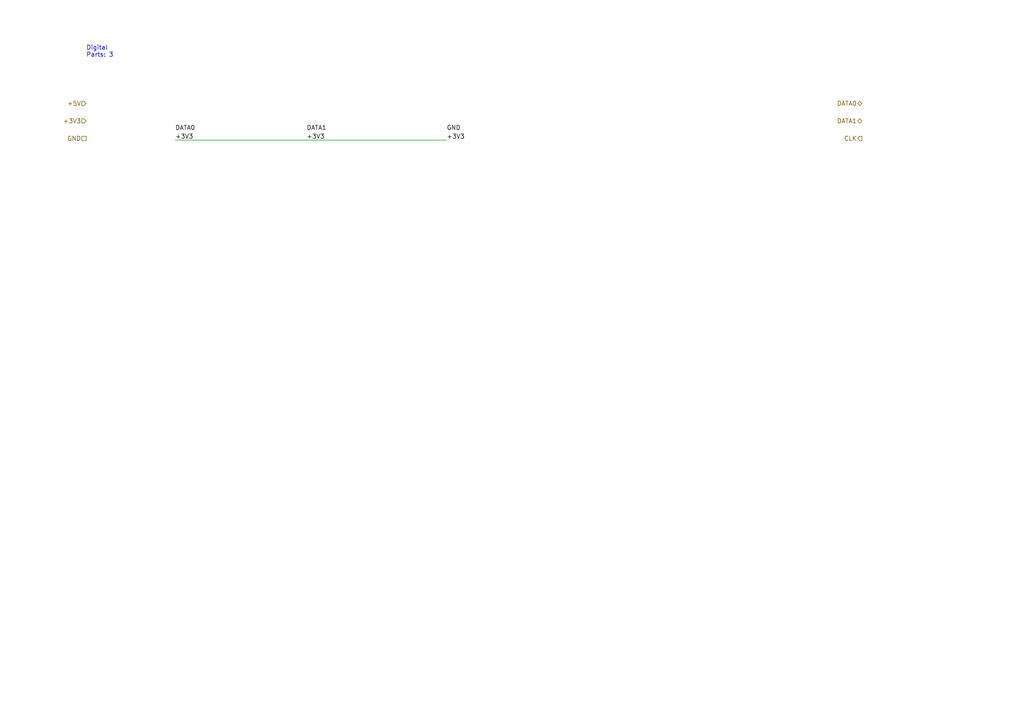
<source format=kicad_sch>
(kicad_sch (version 20250114) (generator "kicad_auto_builder") (generator_version "1.3.0")
  (paper "A4")
  (title_block (title "Digital") (date "2025-12-12") (rev "2.0") (company "HierarchicalPortsObj") (comment 1 "Ports Object Format Example") (comment 2 "Left/Right pin placement test"))
  (lib_symbols
    (symbol "R" (pin_numbers hide) (pin_names (offset 0))
      (property "Reference" "R" (at 2.032 0 90))
      (property "Value" "R" (at 0 0 90))
      (symbol "R_0_1"
        (rectangle (start -1.016 -2.54) (end 1.016 2.54) (stroke (width 0.254)))
      )
      (symbol "R_1_1"
        (pin passive line (at 0 5.08 270) (length 2.54) (name "1") (number "1"))
        (pin passive line (at 0 -5.08 90) (length 2.54) (name "2") (number "2"))
      )
    )
    (symbol "C" (pin_numbers hide) (pin_names (offset 0.254))
      (property "Reference" "C" (at 0.635 2.54 0))
      (property "Value" "C" (at 0.635 -2.54 0))
      (symbol "C_0_1"
        (polyline (pts (xy -2.032 -0.762) (xy 2.032 -0.762)) (stroke (width 0.508)))
        (polyline (pts (xy -2.032 0.762) (xy 2.032 0.762)) (stroke (width 0.508)))
      )
      (symbol "C_1_1"
        (pin passive line (at 0 3.81 270) (length 2.794) (name "1") (number "1"))
        (pin passive line (at 0 -3.81 90) (length 2.794) (name "2") (number "2"))
      )
    )
  )
  (symbol (lib_id "custom:R") (at 50.0 50.0 0) (unit 1)
    (property "Reference" "R1" (at 50.0 44.92 0))
    (property "Value" "10k" (at 50.0 55.08 0))
    (property "LCSC Part" "C17414" (effects hide))
  )
  (symbol (lib_id "custom:R") (at 90.0 50.0 0) (unit 1)
    (property "Reference" "R2" (at 90.0 44.92 0))
    (property "Value" "10k" (at 90.0 55.08 0))
    (property "LCSC Part" "C17414" (effects hide))
  )
  (symbol (lib_id "custom:C") (at 130.0 50.0 0) (unit 1)
    (property "Reference" "C3" (at 130.0 44.92 0))
    (property "Value" "100nF" (at 130.0 55.08 0))
  )
  (wire (pts (xy 50.8 40.64) (xy 88.9 40.64)))
  (wire (pts (xy 88.9 40.64) (xy 129.54 40.64)))
  (label "+3V3" (at 50.8 40.64 0))
  (label "DATA0" (at 50.8 38.1 0))
  (label "+3V3" (at 88.9 40.64 0))
  (label "DATA1" (at 88.9 38.1 0))
  (label "+3V3" (at 129.54 40.64 0))
  (label "GND" (at 129.54 38.1 0))
  (hierarchical_label "+5V" (shape input) (at 25.0 30.0 180))
  (hierarchical_label "+3V3" (shape input) (at 25.0 35.08 180))
  (hierarchical_label "GND" (shape passive) (at 25.0 40.16 180))
  (hierarchical_label "DATA0" (shape bidirectional) (at 250.0 30.0 0))
  (hierarchical_label "DATA1" (shape bidirectional) (at 250.0 35.08 0))
  (hierarchical_label "CLK" (shape output) (at 250.0 40.16 0))
  (text "Digital\nParts: 3" (at 25.0 15.0 0) (effects (font (size 1.27 1.27)) (justify left)))
)
</source>
